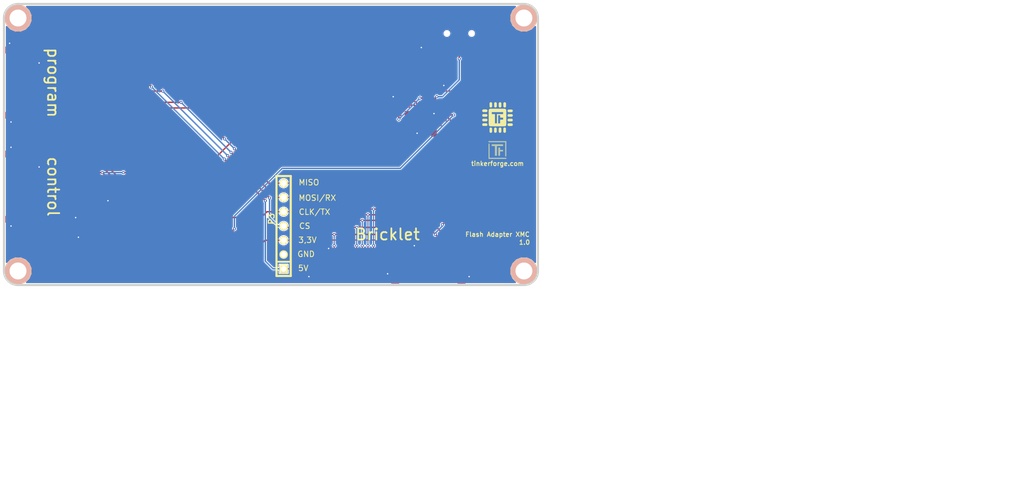
<source format=kicad_pcb>
(kicad_pcb (version 4) (host pcbnew 4.0.2+dfsg1-stable)
  (title_block (title "Flash Adapter XMC") (date 2017-02-09) (rev 1.0) (company "Tinkerforge GmbH") (comment 1 "Licensed under CERN OHL v.1.1") (comment 2 "Copyright (©) 2017, L.Lauer"))
  (layers (0 Vorderseite signal) (31 Rückseite signal) (34 B.Paste user) (35 F.Paste user) (36 B.SilkS user) (37 F.SilkS user) (38 B.Mask user) (39 F.Mask user) (44 Edge.Cuts user))
  (net 0 "")
  (net 1 GND)
  (net 2 "Net-(C1-Pad1)")
  (net 3 "Net-(C3-Pad1)")
  (net 4 "Net-(C4-Pad1)")
  (net 5 3V3)
  (net 6 "Net-(D1-Pad1)")
  (net 7 "Net-(J1-Pad3)")
  (net 8 "Net-(J1-Pad2)")
  (net 9 "Net-(P1-Pad1)")
  (net 10 POWER_ROUT)
  (net 11 "Net-(P1-Pad7)")
  (net 12 TX_ROUT)
  (net 13 RXD)
  (net 14 "Net-(P1-Pad10)")
  (net 15 POWER_RIN)
  (net 16 "Net-(P5-Pad3)")
  (net 17 "Net-(P5-Pad4)")
  (net 18 "Net-(P5-Pad5)")
  (net 19 "Net-(P5-Pad6)")
  (net 20 "Net-(P5-Pad7)")
  (net 21 "Net-(P5-Pad8)")
  (net 22 "Net-(R1-Pad2)")
  (net 23 "Net-(R4-Pad1)")
  (net 24 "Net-(R5-Pad1)")
  (net 25 TX_RIN)
  (net 26 "Net-(J1-Pad4)")
  (net 27 "Net-(P1-Pad4)")
  (net 28 "Net-(P1-Pad5)")
  (net 29 "Net-(P1-Pad6)")
  (net 30 "Net-(P4-Pad4)")
  (net 31 "Net-(P4-Pad5)")
  (net 32 "Net-(P4-Pad6)")
  (net 33 "Net-(P5-Pad1)")
  (net 34 "Net-(P5-Pad9)")
  (net 35 "Net-(P5-Pad10)")
  (net 36 "Net-(U1-Pad1)")
  (net 37 "Net-(U1-Pad10)")
  (net 38 "Net-(U1-Pad11)")
  (net 39 "Net-(U1-Pad12)")
  (net 40 "Net-(U1-Pad13)")
  (net 41 "Net-(U1-Pad14)")
  (net 42 "Net-(U1-Pad15)")
  (net 43 "Net-(U1-Pad17)")
  (net 44 "Net-(U1-Pad18)")
  (net 45 "Net-(U1-Pad19)")
  (net 46 "Net-(U1-Pad22)")
  (net 47 "Net-(U1-Pad23)")
  (net 48 "Net-(U1-Pad24)")
  (net 49 "Net-(U2-Pad7)")
  (module kicad-libraries:SOP4-WIDE (layer Vorderseite) (at 137.3 113.35 90)
    (fp_text reference U4)
    (fp_text value CPC1020N)
    (pad 1 smd rect (at 1.27 -3.15 90) (size 0.59944 2) (layers Vorderseite F.Paste F.Mask) (net 5 3V3))
    (pad 2 smd rect (at -1.27 -3.15 90) (size 0.59944 2) (layers Vorderseite F.Paste F.Mask) (net 23 "Net-(R4-Pad1)"))
    (pad 3 smd rect (at -1.27 3.15 90) (size 0.59944 2) (layers Vorderseite F.Paste F.Mask) (net 25 TX_RIN))
    (pad 4 smd rect (at 1.27 3.15 90) (size 0.59944 2) (layers Vorderseite F.Paste F.Mask) (net 12 TX_ROUT))
  )
  (module kicad-libraries:SOP4-WIDE (layer Vorderseite) (at 137.3 118.35 90)
    (fp_text reference U3)
    (fp_text value CPC1020N)
    (pad 1 smd rect (at 1.27 -3.15 90) (size 0.59944 2) (layers Vorderseite F.Paste F.Mask) (net 5 3V3))
    (pad 2 smd rect (at -1.27 -3.15 90) (size 0.59944 2) (layers Vorderseite F.Paste F.Mask) (net 24 "Net-(R5-Pad1)"))
    (pad 3 smd rect (at -1.27 3.15 90) (size 0.59944 2) (layers Vorderseite F.Paste F.Mask) (net 15 POWER_RIN))
    (pad 4 smd rect (at 1.27 3.15 90) (size 0.59944 2) (layers Vorderseite F.Paste F.Mask) (net 10 POWER_ROUT))
  )
  (module kicad-libraries:Logo_CoMCU (layer Vorderseite) (at 189.35 94.3)
    (fp_text reference G*** hide)
    (fp_text value LOGO hide)
  )
  (module kicad-libraries:DRILL_NP (layer Vorderseite) (at 104.05 76.6)
    (fp_text reference U8 hide)
    (fp_text value DRILL hide)
    (pad "" np_thru_hole circle (at 0 0) (size 2.99974 2.99974) (drill 2.99974) (layers *.Cu *.Mask F.SilkS) (clearance 0.89916))
  )
  (module kicad-libraries:DRILL_NP (layer Vorderseite) (at 104.05 121.6)
    (fp_text reference U7 hide)
    (fp_text value DRILL hide)
    (pad "" np_thru_hole circle (at 0 0) (size 2.99974 2.99974) (drill 2.99974) (layers *.Cu *.Mask F.SilkS) (clearance 0.89916))
  )
  (module kicad-libraries:DRILL_NP (layer Vorderseite) (at 194.05 121.6)
    (fp_text reference U6 hide)
    (fp_text value DRILL hide)
    (pad "" np_thru_hole circle (at 0 0) (size 2.99974 2.99974) (drill 2.99974) (layers *.Cu *.Mask F.SilkS) (clearance 0.89916))
  )
  (module kicad-libraries:SOIC8 (layer Vorderseite) (at 118.8 113.6 270)
    (fp_text reference U2)
    (fp_text value M24C64)
    (pad 1 smd rect (at -1.90246 2.69748 90) (size 0.59944 1.5494) (layers Vorderseite F.Paste F.Mask) (net 1 GND))
    (pad 2 smd rect (at -0.63246 2.69748 90) (size 0.59944 1.5494) (layers Vorderseite F.Paste F.Mask) (net 1 GND))
    (pad 3 smd rect (at 0.63246 2.69748 90) (size 0.59944 1.5494) (layers Vorderseite F.Paste F.Mask) (net 19 "Net-(P5-Pad6)"))
    (pad 4 smd rect (at 1.90246 2.69748 90) (size 0.59944 1.5494) (layers Vorderseite F.Paste F.Mask) (net 1 GND))
    (pad 5 smd rect (at 1.90246 -2.69748 270) (size 0.59944 1.5494) (layers Vorderseite F.Paste F.Mask) (net 18 "Net-(P5-Pad5)"))
    (pad 6 smd rect (at 0.63246 -2.69748 270) (size 0.59944 1.5494) (layers Vorderseite F.Paste F.Mask) (net 17 "Net-(P5-Pad4)"))
    (pad 7 smd rect (at -0.63246 -2.69748 270) (size 0.59944 1.5494) (layers Vorderseite F.Paste F.Mask) (net 49 "Net-(U2-Pad7)"))
    (pad 8 smd rect (at -1.90246 -2.69748 270) (size 0.59944 1.5494) (layers Vorderseite F.Paste F.Mask) (net 5 3V3))
  )
  (module kicad-libraries:QFN-24-4x4-EP (layer Vorderseite) (at 178.05 93.6 180)
    (fp_text reference U1)
    (fp_text value CP2104)
    (pad 1 smd rect (at -1.24968 1.89992) (size 0.24892 0.6985) (layers Vorderseite F.Paste F.Mask) (net 36 "Net-(U1-Pad1)"))
    (pad 2 smd rect (at -0.7493 1.89992) (size 0.24892 0.6985) (layers Vorderseite F.Paste F.Mask) (net 1 GND))
    (pad 3 smd rect (at -0.24892 1.89992) (size 0.24892 0.6985) (layers Vorderseite F.Paste F.Mask) (net 7 "Net-(J1-Pad3)"))
    (pad 4 smd rect (at 0.24892 1.89992) (size 0.24892 0.6985) (layers Vorderseite F.Paste F.Mask) (net 8 "Net-(J1-Pad2)"))
    (pad 5 smd rect (at 0.7493 1.89992) (size 0.24892 0.6985) (layers Vorderseite F.Paste F.Mask) (net 4 "Net-(C4-Pad1)"))
    (pad 6 smd rect (at 1.24968 1.89992) (size 0.24892 0.6985) (layers Vorderseite F.Paste F.Mask) (net 4 "Net-(C4-Pad1)"))
    (pad 7 smd rect (at 1.89992 1.24968 90) (size 0.24892 0.6985) (layers Vorderseite F.Paste F.Mask) (net 2 "Net-(C1-Pad1)"))
    (pad 8 smd rect (at 1.89992 0.7493 90) (size 0.24892 0.6985) (layers Vorderseite F.Paste F.Mask) (net 2 "Net-(C1-Pad1)"))
    (pad 9 smd rect (at 1.89992 0.24892 90) (size 0.24892 0.6985) (layers Vorderseite F.Paste F.Mask) (net 22 "Net-(R1-Pad2)"))
    (pad 10 smd rect (at 1.89992 -0.24892 90) (size 0.24892 0.6985) (layers Vorderseite F.Paste F.Mask) (net 37 "Net-(U1-Pad10)"))
    (pad 11 smd rect (at 1.89992 -0.7493 90) (size 0.24892 0.6985) (layers Vorderseite F.Paste F.Mask) (net 38 "Net-(U1-Pad11)"))
    (pad 12 smd rect (at 1.89992 -1.24968 90) (size 0.24892 0.6985) (layers Vorderseite F.Paste F.Mask) (net 39 "Net-(U1-Pad12)"))
    (pad 13 smd rect (at 1.24968 -1.89992 180) (size 0.24892 0.6985) (layers Vorderseite F.Paste F.Mask) (net 40 "Net-(U1-Pad13)"))
    (pad 14 smd rect (at 0.7493 -1.89992 180) (size 0.24892 0.6985) (layers Vorderseite F.Paste F.Mask) (net 41 "Net-(U1-Pad14)"))
    (pad 15 smd rect (at 0.24892 -1.89992 180) (size 0.24892 0.6985) (layers Vorderseite F.Paste F.Mask) (net 42 "Net-(U1-Pad15)"))
    (pad 16 smd rect (at -0.24892 -1.89992 180) (size 0.24892 0.6985) (layers Vorderseite F.Paste F.Mask) (net 3 "Net-(C3-Pad1)"))
    (pad 17 smd rect (at -0.7493 -1.89992 180) (size 0.24892 0.6985) (layers Vorderseite F.Paste F.Mask) (net 43 "Net-(U1-Pad17)"))
    (pad 18 smd rect (at -1.24968 -1.89992 180) (size 0.24892 0.6985) (layers Vorderseite F.Paste F.Mask) (net 44 "Net-(U1-Pad18)"))
    (pad 19 smd rect (at -1.89992 -1.24968 270) (size 0.24892 0.6985) (layers Vorderseite F.Paste F.Mask) (net 45 "Net-(U1-Pad19)"))
    (pad 20 smd rect (at -1.89992 -0.7493 270) (size 0.24892 0.6985) (layers Vorderseite F.Paste F.Mask) (net 13 RXD))
    (pad 21 smd rect (at -1.89992 -0.24892 270) (size 0.24892 0.6985) (layers Vorderseite F.Paste F.Mask) (net 25 TX_RIN))
    (pad 22 smd rect (at -1.89992 0.24892 270) (size 0.24892 0.6985) (layers Vorderseite F.Paste F.Mask) (net 46 "Net-(U1-Pad22)"))
    (pad 23 smd rect (at -1.89992 0.7493 270) (size 0.24892 0.6985) (layers Vorderseite F.Paste F.Mask) (net 47 "Net-(U1-Pad23)"))
    (pad 24 smd rect (at -1.89992 1.24968 270) (size 0.24892 0.6985) (layers Vorderseite F.Paste F.Mask) (net 48 "Net-(U1-Pad24)"))
    (pad 25 smd rect (at 0 0 180) (size 2.49936 2.49936) (layers Vorderseite F.Paste F.Mask) (net 1 GND))
  )
  (module kicad-libraries:CON-SENSOR (layer Vorderseite) (at 101.8 106.6 270)
    (fp_text reference P5)
    (fp_text value CON-SENSOR)
    (pad 1 smd rect (at -4.50088 -4.7752 270) (size 0.59944 1.5494) (layers Vorderseite F.Paste F.Mask) (net 33 "Net-(P5-Pad1)"))
    (pad 2 smd rect (at -3.50012 -4.7752 270) (size 0.59944 1.5494) (layers Vorderseite F.Paste F.Mask) (net 1 GND))
    (pad 3 smd rect (at -2.49936 -4.7752 270) (size 0.59944 1.5494) (layers Vorderseite F.Paste F.Mask) (net 16 "Net-(P5-Pad3)"))
    (pad 4 smd rect (at -1.50114 -4.7752 270) (size 0.59944 1.5494) (layers Vorderseite F.Paste F.Mask) (net 17 "Net-(P5-Pad4)"))
    (pad 5 smd rect (at -0.50038 -4.7752 270) (size 0.59944 1.5494) (layers Vorderseite F.Paste F.Mask) (net 18 "Net-(P5-Pad5)"))
    (pad 6 smd rect (at 0.50038 -4.7752 270) (size 0.59944 1.5494) (layers Vorderseite F.Paste F.Mask) (net 19 "Net-(P5-Pad6)"))
    (pad 7 smd rect (at 1.50114 -4.7752 270) (size 0.59944 1.5494) (layers Vorderseite F.Paste F.Mask) (net 20 "Net-(P5-Pad7)"))
    (pad 8 smd rect (at 2.49936 -4.7752 270) (size 0.59944 1.5494) (layers Vorderseite F.Paste F.Mask) (net 21 "Net-(P5-Pad8)"))
    (pad 9 smd rect (at 3.50012 -4.7752 270) (size 0.59944 1.5494) (layers Vorderseite F.Paste F.Mask) (net 34 "Net-(P5-Pad9)"))
    (pad 10 smd rect (at 4.50088 -4.7752 270) (size 0.59944 1.5494) (layers Vorderseite F.Paste F.Mask) (net 35 "Net-(P5-Pad10)"))
    (pad EP smd rect (at -5.79882 -0.89916 270) (size 1.19888 1.80086) (layers Vorderseite F.Paste F.Mask) (net 1 GND))
    (pad EP smd rect (at 5.79882 -0.89916 270) (size 1.19888 1.80086) (layers Vorderseite F.Paste F.Mask) (net 1 GND))
  )
  (module kicad-libraries:CON-SENSOR (layer Vorderseite) (at 101.8 88.1 270)
    (fp_text reference P4)
    (fp_text value CON-SENSOR)
    (pad 1 smd rect (at -4.50088 -4.7752 270) (size 0.59944 1.5494) (layers Vorderseite F.Paste F.Mask) (net 9 "Net-(P1-Pad1)"))
    (pad 2 smd rect (at -3.50012 -4.7752 270) (size 0.59944 1.5494) (layers Vorderseite F.Paste F.Mask) (net 1 GND))
    (pad 3 smd rect (at -2.49936 -4.7752 270) (size 0.59944 1.5494) (layers Vorderseite F.Paste F.Mask) (net 15 POWER_RIN))
    (pad 4 smd rect (at -1.50114 -4.7752 270) (size 0.59944 1.5494) (layers Vorderseite F.Paste F.Mask) (net 30 "Net-(P4-Pad4)"))
    (pad 5 smd rect (at -0.50038 -4.7752 270) (size 0.59944 1.5494) (layers Vorderseite F.Paste F.Mask) (net 31 "Net-(P4-Pad5)"))
    (pad 6 smd rect (at 0.50038 -4.7752 270) (size 0.59944 1.5494) (layers Vorderseite F.Paste F.Mask) (net 32 "Net-(P4-Pad6)"))
    (pad 7 smd rect (at 1.50114 -4.7752 270) (size 0.59944 1.5494) (layers Vorderseite F.Paste F.Mask) (net 11 "Net-(P1-Pad7)"))
    (pad 8 smd rect (at 2.49936 -4.7752 270) (size 0.59944 1.5494) (layers Vorderseite F.Paste F.Mask) (net 12 TX_ROUT))
    (pad 9 smd rect (at 3.50012 -4.7752 270) (size 0.59944 1.5494) (layers Vorderseite F.Paste F.Mask) (net 13 RXD))
    (pad 10 smd rect (at 4.50088 -4.7752 270) (size 0.59944 1.5494) (layers Vorderseite F.Paste F.Mask) (net 14 "Net-(P1-Pad10)"))
    (pad EP smd rect (at -5.79882 -0.89916 270) (size 1.19888 1.80086) (layers Vorderseite F.Paste F.Mask) (net 1 GND))
    (pad EP smd rect (at 5.79882 -0.89916 270) (size 1.19888 1.80086) (layers Vorderseite F.Paste F.Mask) (net 1 GND))
  )
  (module kicad-libraries:PIN_ARRAY-7X1 (layer Vorderseite) (at 151.3 113.6 90)
    (fp_text reference P3 (at 1.27 -2.159 90) (layer F.SilkS) (effects (font (size 1.016 1.016) (thickness 0.2032))))
    (fp_text value CONN_01X07 hide)
    (pad 1 thru_hole rect (at -7.62 0 90) (size 1.524 1.524) (drill 1.016) (layers *.Cu *.Mask F.SilkS) (net 9 "Net-(P1-Pad1)"))
    (pad 2 thru_hole circle (at -5.08 0 90) (size 1.524 1.524) (drill 1.016) (layers *.Cu *.Mask F.SilkS) (net 1 GND))
    (pad 3 thru_hole circle (at -2.54 0 90) (size 1.524 1.524) (drill 1.016) (layers *.Cu *.Mask F.SilkS) (net 10 POWER_ROUT))
    (pad 4 thru_hole circle (at 0 0 90) (size 1.524 1.524) (drill 1.016) (layers *.Cu *.Mask F.SilkS) (net 11 "Net-(P1-Pad7)"))
    (pad 5 thru_hole circle (at 2.54 0 90) (size 1.524 1.524) (drill 1.016) (layers *.Cu *.Mask F.SilkS) (net 12 TX_ROUT))
    (pad 6 thru_hole circle (at 5.08 0 90) (size 1.524 1.524) (drill 1.016) (layers *.Cu *.Mask F.SilkS) (net 13 RXD))
    (pad 7 thru_hole circle (at 7.62 0 90) (size 1.524 1.524) (drill 1.016) (layers *.Cu *.Mask F.SilkS) (net 14 "Net-(P1-Pad10)"))
  )
  (module kicad-libraries:CON-SENSOR2 (layer Vorderseite) (at 177.05 123.85)
    (fp_text reference P2)
    (fp_text value CON-SENSOR2)
    (pad 1 smd rect (at -3.75 -4.6) (size 0.6 1.8) (layers Vorderseite F.Paste F.Mask) (net 9 "Net-(P1-Pad1)"))
    (pad 2 smd rect (at -2.5 -4.6) (size 0.6 1.8) (layers Vorderseite F.Paste F.Mask) (net 1 GND))
    (pad EP smd rect (at -5.9 -1.2) (size 1.4 2.4) (layers Vorderseite F.Paste F.Mask) (net 1 GND))
    (pad EP smd rect (at 5.9 -1.2) (size 1.4 2.4) (layers Vorderseite F.Paste F.Mask) (net 1 GND))
    (pad 3 smd rect (at -1.25 -4.6) (size 0.6 1.8) (layers Vorderseite F.Paste F.Mask) (net 10 POWER_ROUT))
    (pad 4 smd rect (at 0 -4.6) (size 0.6 1.8) (layers Vorderseite F.Paste F.Mask) (net 11 "Net-(P1-Pad7)"))
    (pad 5 smd rect (at 1.25 -4.6) (size 0.6 1.8) (layers Vorderseite F.Paste F.Mask) (net 12 TX_ROUT))
    (pad 6 smd rect (at 2.5 -4.6) (size 0.6 1.8) (layers Vorderseite F.Paste F.Mask) (net 13 RXD))
    (pad 7 smd rect (at 3.75 -4.6) (size 0.6 1.8) (layers Vorderseite F.Paste F.Mask) (net 14 "Net-(P1-Pad10)"))
  )
  (module kicad-libraries:CON-SENSOR (layer Vorderseite) (at 162.8 123.6)
    (fp_text reference P1)
    (fp_text value CON-SENSOR)
    (pad 1 smd rect (at -4.50088 -4.7752) (size 0.59944 1.5494) (layers Vorderseite F.Paste F.Mask) (net 9 "Net-(P1-Pad1)"))
    (pad 2 smd rect (at -3.50012 -4.7752) (size 0.59944 1.5494) (layers Vorderseite F.Paste F.Mask) (net 1 GND))
    (pad 3 smd rect (at -2.49936 -4.7752) (size 0.59944 1.5494) (layers Vorderseite F.Paste F.Mask) (net 10 POWER_ROUT))
    (pad 4 smd rect (at -1.50114 -4.7752) (size 0.59944 1.5494) (layers Vorderseite F.Paste F.Mask) (net 27 "Net-(P1-Pad4)"))
    (pad 5 smd rect (at -0.50038 -4.7752) (size 0.59944 1.5494) (layers Vorderseite F.Paste F.Mask) (net 28 "Net-(P1-Pad5)"))
    (pad 6 smd rect (at 0.50038 -4.7752) (size 0.59944 1.5494) (layers Vorderseite F.Paste F.Mask) (net 29 "Net-(P1-Pad6)"))
    (pad 7 smd rect (at 1.50114 -4.7752) (size 0.59944 1.5494) (layers Vorderseite F.Paste F.Mask) (net 11 "Net-(P1-Pad7)"))
    (pad 8 smd rect (at 2.49936 -4.7752) (size 0.59944 1.5494) (layers Vorderseite F.Paste F.Mask) (net 12 TX_ROUT))
    (pad 9 smd rect (at 3.50012 -4.7752) (size 0.59944 1.5494) (layers Vorderseite F.Paste F.Mask) (net 13 RXD))
    (pad 10 smd rect (at 4.50088 -4.7752) (size 0.59944 1.5494) (layers Vorderseite F.Paste F.Mask) (net 14 "Net-(P1-Pad10)"))
    (pad EP smd rect (at -5.79882 -0.89916) (size 1.19888 1.80086) (layers Vorderseite F.Paste F.Mask) (net 1 GND))
    (pad EP smd rect (at 5.79882 -0.89916) (size 1.19888 1.80086) (layers Vorderseite F.Paste F.Mask) (net 1 GND))
  )
  (module kicad-libraries:USB-MINI-B-SMD (layer Vorderseite) (at 182.55 74.1)
    (fp_text reference J1)
    (fp_text value USB-MINI-B-SMD)
    (pad "" smd rect (at 4.45008 2.25044) (size 1.99898 2.49936) (layers Vorderseite F.Paste F.Mask) (clearance 0.14986))
    (pad "" smd rect (at 4.45008 7.74954) (size 1.99898 2.49936) (layers Vorderseite F.Paste F.Mask))
    (pad 6 smd rect (at -4.45008 7.74954) (size 1.99898 2.49936) (layers Vorderseite F.Paste F.Mask) (net 1 GND))
    (pad "" smd rect (at -4.45008 2.25044) (size 1.99898 2.49936) (layers Vorderseite F.Paste F.Mask))
    (pad "" thru_hole circle (at 2.19964 5.25018) (size 0.90932 0.90932) (drill 0.89916) (layers *.Cu *.Mask F.SilkS) (clearance 0.14986))
    (pad "" thru_hole circle (at -2.19964 5.25018) (size 0.90932 0.90932) (drill 0.89916) (layers *.Cu *.Mask F.SilkS) (clearance 0.14986))
    (pad 5 smd rect (at -1.6002 7.85114) (size 0.50038 2.30124) (layers Vorderseite F.Paste F.Mask) (net 1 GND) (clearance 0.14986))
    (pad 4 smd rect (at -0.8001 7.85114) (size 0.50038 2.30124) (layers Vorderseite F.Paste F.Mask) (net 26 "Net-(J1-Pad4)") (clearance 0.14986))
    (pad 3 smd rect (at 0 7.85114) (size 0.50038 2.30124) (layers Vorderseite F.Paste F.Mask) (net 7 "Net-(J1-Pad3)") (clearance 0.14986))
    (pad 2 smd rect (at 0.8001 7.85114) (size 0.50038 2.30124) (layers Vorderseite F.Paste F.Mask) (net 8 "Net-(J1-Pad2)") (clearance 0.14986))
    (pad 1 smd rect (at 1.6002 7.85114) (size 0.50038 2.30124) (layers Vorderseite F.Paste F.Mask) (net 6 "Net-(D1-Pad1)") (clearance 0.14986))
  )
  (module kicad-libraries:SOD-123 (layer Vorderseite) (at 182.8 85.1 180)
    (fp_text reference D1)
    (fp_text value B0520LW)
    (pad 1 smd rect (at -1.84912 0 180) (size 1.19888 0.70104) (layers Vorderseite F.Paste F.Mask) (net 6 "Net-(D1-Pad1)") (clearance 0.14986))
    (pad 2 smd rect (at 1.84912 0 180) (size 1.19888 0.70104) (layers Vorderseite F.Paste F.Mask) (net 2 "Net-(C1-Pad1)") (clearance 0.14986))
  )
  (module kicad-libraries:DRILL_NP (layer Vorderseite) (at 194.05 76.6)
    (fp_text reference U5 hide)
    (fp_text value DRILL hide)
    (pad "" np_thru_hole circle (at 0 0) (size 2.99974 2.99974) (drill 2.99974) (layers *.Cu *.Mask F.SilkS) (clearance 0.89916))
  )
  (module kicad-libraries:Logo_31x31 (layer Vorderseite) (at 187.75 98.5)
    (fp_text reference G*** hide)
    (fp_text value Logo_31x31 hide)
  )
  (module kicad-libraries:C0603F (layer Vorderseite) (at 172.55 90.6 180)
    (fp_text reference C1)
    (fp_text value 100n)
    (pad 1 smd rect (at -0.75 0 180) (size 0.9 0.9) (layers Vorderseite F.Paste F.Mask) (net 2 "Net-(C1-Pad1)"))
    (pad 2 smd rect (at 0.75 0 180) (size 0.9 0.9) (layers Vorderseite F.Paste F.Mask) (net 1 GND))
  )
  (module kicad-libraries:C0603F (layer Vorderseite) (at 172.55 92.1 180)
    (fp_text reference C2)
    (fp_text value 100n)
    (pad 1 smd rect (at -0.75 0 180) (size 0.9 0.9) (layers Vorderseite F.Paste F.Mask) (net 2 "Net-(C1-Pad1)"))
    (pad 2 smd rect (at 0.75 0 180) (size 0.9 0.9) (layers Vorderseite F.Paste F.Mask) (net 1 GND))
  )
  (module kicad-libraries:C0805 (layer Vorderseite) (at 177.05 97.1 180)
    (fp_text reference C3)
    (fp_text value 4.7µF/10V)
    (pad 1 smd rect (at -1.00076 0 180) (size 1.00076 1.24968) (layers Vorderseite F.Paste F.Mask) (net 3 "Net-(C3-Pad1)") (clearance 0.14986))
    (pad 2 smd rect (at 1.00076 0 180) (size 1.00076 1.24968) (layers Vorderseite F.Paste F.Mask) (net 1 GND) (clearance 0.14986))
  )
  (module kicad-libraries:C0805 (layer Vorderseite) (at 177.8 88.6)
    (fp_text reference C4)
    (fp_text value 4.7µF/10V)
    (pad 1 smd rect (at -1.00076 0) (size 1.00076 1.24968) (layers Vorderseite F.Paste F.Mask) (net 4 "Net-(C4-Pad1)") (clearance 0.14986))
    (pad 2 smd rect (at 1.00076 0) (size 1.00076 1.24968) (layers Vorderseite F.Paste F.Mask) (net 1 GND) (clearance 0.14986))
  )
  (module kicad-libraries:C0603F (layer Vorderseite) (at 178.55 87.1)
    (fp_text reference C5)
    (fp_text value 100n)
    (pad 1 smd rect (at -0.75 0) (size 0.9 0.9) (layers Vorderseite F.Paste F.Mask) (net 4 "Net-(C4-Pad1)"))
    (pad 2 smd rect (at 0.75 0) (size 0.9 0.9) (layers Vorderseite F.Paste F.Mask) (net 1 GND))
  )
  (module kicad-libraries:C0603F (layer Vorderseite) (at 120.8 110.1 180)
    (fp_text reference C6)
    (fp_text value 100n)
    (pad 1 smd rect (at -0.75 0 180) (size 0.9 0.9) (layers Vorderseite F.Paste F.Mask) (net 5 3V3))
    (pad 2 smd rect (at 0.75 0 180) (size 0.9 0.9) (layers Vorderseite F.Paste F.Mask) (net 1 GND))
  )
  (module kicad-libraries:R0603F (layer Vorderseite) (at 172.55 93.6)
    (fp_text reference R1)
    (fp_text value 4k7)
    (pad 1 smd rect (at -0.75 0) (size 0.9 0.9) (layers Vorderseite F.Paste F.Mask) (net 4 "Net-(C4-Pad1)"))
    (pad 2 smd rect (at 0.75 0) (size 0.9 0.9) (layers Vorderseite F.Paste F.Mask) (net 22 "Net-(R1-Pad2)"))
  )
  (module kicad-libraries:R0603F (layer Vorderseite) (at 174.3 87.1)
    (fp_text reference R2)
    (fp_text value DNP)
    (pad 1 smd rect (at -0.75 0) (size 0.9 0.9) (layers Vorderseite F.Paste F.Mask) (net 5 3V3))
    (pad 2 smd rect (at 0.75 0) (size 0.9 0.9) (layers Vorderseite F.Paste F.Mask) (net 4 "Net-(C4-Pad1)"))
  )
  (module kicad-libraries:R0603F (layer Vorderseite) (at 114.55 104.1 180)
    (fp_text reference R3)
    (fp_text value 0)
    (pad 1 smd rect (at -0.75 0 180) (size 0.9 0.9) (layers Vorderseite F.Paste F.Mask) (net 5 3V3))
    (pad 2 smd rect (at 0.75 0 180) (size 0.9 0.9) (layers Vorderseite F.Paste F.Mask) (net 16 "Net-(P5-Pad3)"))
  )
  (module kicad-libraries:R0603F (layer Vorderseite) (at 131.05 114.1 180)
    (fp_text reference R4)
    (fp_text value 1k)
    (pad 1 smd rect (at -0.75 0 180) (size 0.9 0.9) (layers Vorderseite F.Paste F.Mask) (net 23 "Net-(R4-Pad1)"))
    (pad 2 smd rect (at 0.75 0 180) (size 0.9 0.9) (layers Vorderseite F.Paste F.Mask) (net 20 "Net-(P5-Pad7)"))
  )
  (module kicad-libraries:R0603F (layer Vorderseite) (at 131.05 119.1 180)
    (fp_text reference R5)
    (fp_text value 1k)
    (pad 1 smd rect (at -0.75 0 180) (size 0.9 0.9) (layers Vorderseite F.Paste F.Mask) (net 24 "Net-(R5-Pad1)"))
    (pad 2 smd rect (at 0.75 0 180) (size 0.9 0.9) (layers Vorderseite F.Paste F.Mask) (net 21 "Net-(P5-Pad8)"))
  )
  (gr_text MISO (at 155.8 105.85) (layer F.SilkS) (effects (font (size 1 1))))
  (gr_text MOSI/RX (at 157.3 108.6) (layer F.SilkS) (effects (font (size 1 1))))
  (gr_text CLK/TX (at 156.8 111.1) (layer F.SilkS) (effects (font (size 1 1))))
  (gr_text CS (at 155.05 113.6) (layer F.SilkS) (effects (font (size 1 1))))
  (gr_text 3,3V (at 155.55 116.1) (layer F.SilkS) (effects (font (size 1 1))))
  (gr_text GND (at 155.3 118.6) (layer F.SilkS) (effects (font (size 1 1))))
  (gr_text 5V (at 154.8 121.1) (layer F.SilkS) (effects (font (size 1 1))))
  (gr_text control (at 110.3 106.6 270) (layer F.SilkS) (effects (font (size 2 2) (thickness 0.3048))))
  (gr_text program (at 110.3 88.1 270) (layer F.SilkS) (effects (font (size 2 2) (thickness 0.3048))))
  (gr_text Bricklet (at 169.8 115.1) (layer F.SilkS) (effects (font (size 2 2) (thickness 0.3048))))
  (gr_text 1.0 (at 194.15 116.5) (layer F.SilkS) (effects (font (size 0.8 0.8))))
  (gr_line (start 196.55 76.6) (end 196.55 121.6) (angle 90) (layer Edge.Cuts) (width 0.381))
  (gr_line (start 104.05 74.1) (end 194.05 74.1) (angle 90) (layer Edge.Cuts) (width 0.381))
  (gr_line (start 101.55 121.6) (end 101.55 76.6) (angle 90) (layer Edge.Cuts) (width 0.381))
  (gr_line (start 194.05 124.1) (end 104.05 124.1) (angle 90) (layer Edge.Cuts) (width 0.381))
  (gr_text "Flash Adapter XMC" (at 189.35 115.1) (layer F.SilkS) (effects (font (size 0.8 0.8))))
  (gr_arc (start 194.05 76.6) (end 194.05 74.1) (angle 90) (layer Edge.Cuts) (width 0.381))
  (gr_arc (start 194.05 121.6) (end 196.55 121.6) (angle 90) (layer Edge.Cuts) (width 0.381))
  (gr_arc (start 104.05 121.6) (end 104.05 124.1) (angle 90) (layer Edge.Cuts) (width 0.381))
  (gr_arc (start 104.05 76.6) (end 101.55 76.6) (angle 90) (layer Edge.Cuts) (width 0.381))
  (gr_text tinkerforge.com (at 189.35 102.5) (layer F.SilkS) (effects (font (size 0.8001 0.8001) (thickness 0.14986))))
  (segment (start 120.05 110.1) (end 120.05 109.1) (width 0.5) (layer Vorderseite) (net 1))
  (via (at 120.05 109.1) (size 0.55) (drill 0.25) (layers Vorderseite Rückseite) (net 1))
  (segment (start 116.10252 115.50246) (end 114.89754 115.50246) (width 0.5) (layer Vorderseite) (net 1))
  (via (at 114.8 115.6) (size 0.55) (drill 0.25) (layers Vorderseite Rückseite) (net 1))
  (segment (start 114.89754 115.50246) (end 114.8 115.6) (width 0.5) (layer Vorderseite) (net 1))
  (segment (start 102.69916 112.39882) (end 102.69916 113.49916) (width 0.5) (layer Vorderseite) (net 1))
  (via (at 102.8 113.6) (size 0.55) (drill 0.25) (layers Vorderseite Rückseite) (net 1))
  (segment (start 102.69916 113.49916) (end 102.8 113.6) (width 0.5) (layer Vorderseite) (net 1))
  (segment (start 102.69916 82.30118) (end 102.69916 81.24916) (width 0.5) (layer Vorderseite) (net 1))
  (via (at 102.55 81.1) (size 0.55) (drill 0.25) (layers Vorderseite Rückseite) (net 1))
  (segment (start 102.69916 81.24916) (end 102.55 81.1) (width 0.5) (layer Vorderseite) (net 1))
  (segment (start 106.5752 84.59988) (end 107.79988 84.59988) (width 0.5) (layer Vorderseite) (net 1))
  (via (at 107.8 84.6) (size 0.55) (drill 0.25) (layers Vorderseite Rückseite) (net 1))
  (segment (start 107.79988 84.59988) (end 107.8 84.6) (width 0.5) (layer Vorderseite) (net 1))
  (segment (start 106.5752 103.09988) (end 107.79988 103.09988) (width 0.5) (layer Vorderseite) (net 1))
  (via (at 107.8 103.1) (size 0.55) (drill 0.25) (layers Vorderseite Rückseite) (net 1))
  (segment (start 107.79988 103.09988) (end 107.8 103.1) (width 0.5) (layer Vorderseite) (net 1))
  (segment (start 182.95 122.65) (end 184.25 122.65) (width 0.5) (layer Vorderseite) (net 1))
  (via (at 184.3 122.6) (size 0.55) (drill 0.25) (layers Vorderseite Rückseite) (net 1))
  (segment (start 184.25 122.65) (end 184.3 122.6) (width 0.5) (layer Vorderseite) (net 1))
  (segment (start 157.00118 122.70084) (end 155.90084 122.70084) (width 0.5) (layer Vorderseite) (net 1))
  (via (at 155.8 122.6) (size 0.55) (drill 0.25) (layers Vorderseite Rückseite) (net 1))
  (segment (start 155.90084 122.70084) (end 155.8 122.6) (width 0.5) (layer Vorderseite) (net 1))
  (segment (start 159.29988 118.8248) (end 159.29988 117.60012) (width 0.5) (layer Vorderseite) (net 1))
  (via (at 159.3 117.6) (size 0.55) (drill 0.25) (layers Vorderseite Rückseite) (net 1))
  (segment (start 159.29988 117.60012) (end 159.3 117.6) (width 0.5) (layer Vorderseite) (net 1))
  (segment (start 171.8 90.6) (end 170.8 90.6) (width 0.5) (layer Vorderseite) (net 1))
  (via (at 170.8 90.6) (size 0.55) (drill 0.25) (layers Vorderseite Rückseite) (net 1))
  (segment (start 176.04924 97.1) (end 175.05 97.1) (width 0.5) (layer Vorderseite) (net 1))
  (via (at 175.05 97.1) (size 0.55) (drill 0.25) (layers Vorderseite Rückseite) (net 1))
  (via (at 178.05 93.6) (size 0.55) (drill 0.25) (layers Vorderseite Rückseite) (net 1))
  (segment (start 178.09992 81.84954) (end 175.80046 81.84954) (width 0.5) (layer Vorderseite) (net 1))
  (via (at 175.8 81.85) (size 0.55) (drill 0.25) (layers Vorderseite Rückseite) (net 1))
  (segment (start 175.80046 81.84954) (end 175.8 81.85) (width 0.5) (layer Vorderseite) (net 1))
  (segment (start 178.09992 81.84954) (end 180.8482 81.84954) (width 0.5) (layer Vorderseite) (net 1))
  (segment (start 180.8482 81.84954) (end 180.9498 81.95114) (width 0.5) (layer Vorderseite) (net 1))
  (segment (start 178.80076 88.6) (end 179.8 88.6) (width 0.5) (layer Vorderseite) (net 1))
  (via (at 179.8 88.6) (size 0.55) (drill 0.25) (layers Vorderseite Rückseite) (net 1))
  (segment (start 178.7993 91.70008) (end 178.7993 92.8507) (width 0.25) (layer Vorderseite) (net 1))
  (segment (start 178.7993 92.8507) (end 178.05 93.6) (width 0.25) (layer Vorderseite) (net 1))
  (segment (start 179.3 87.1) (end 179.3 88.10076) (width 0.5) (layer Vorderseite) (net 1))
  (segment (start 179.3 88.10076) (end 178.80076 88.6) (width 0.5) (layer Vorderseite) (net 1))
  (segment (start 171.8 92.1) (end 171.8 90.6) (width 0.25) (layer Vorderseite) (net 1))
  (segment (start 102.69916 93.89882) (end 102.69916 94.99916) (width 0.5) (layer Vorderseite) (net 1))
  (via (at 102.8 95.1) (size 0.55) (drill 0.25) (layers Vorderseite Rückseite) (net 1))
  (segment (start 102.69916 94.99916) (end 102.8 95.1) (width 0.5) (layer Vorderseite) (net 1))
  (segment (start 102.69916 100.80118) (end 102.69916 99.70084) (width 0.5) (layer Vorderseite) (net 1))
  (via (at 102.8 99.6) (size 0.55) (drill 0.25) (layers Vorderseite Rückseite) (net 1))
  (segment (start 102.69916 99.70084) (end 102.8 99.6) (width 0.5) (layer Vorderseite) (net 1))
  (segment (start 174.55 119.25) (end 174.55 117.1) (width 0.25) (layer Vorderseite) (net 1))
  (via (at 174.55 117.1) (size 0.55) (drill 0.25) (layers Vorderseite Rückseite) (net 1))
  (segment (start 169.8 122.70084) (end 169.8 122.1) (width 0.5) (layer Vorderseite) (net 1))
  (via (at 169.8 122.1) (size 0.55) (drill 0.25) (layers Vorderseite Rückseite) (net 1))
  (segment (start 168.59882 122.70084) (end 169.8 122.70084) (width 0.5) (layer Vorderseite) (net 1))
  (segment (start 169.8 122.70084) (end 171.09916 122.70084) (width 0.5) (layer Vorderseite) (net 1))
  (segment (start 171.09916 122.70084) (end 171.15 122.65) (width 0.5) (layer Vorderseite) (net 1))
  (via (at 114.3 112.1) (size 0.55) (drill 0.25) (layers Vorderseite Rückseite) (net 1))
  (segment (start 116.10252 112.96754) (end 114.91754 112.96754) (width 0.5) (layer Vorderseite) (net 1))
  (segment (start 114.70246 111.69754) (end 116.10252 111.69754) (width 0.5) (layer Vorderseite) (net 1))
  (segment (start 114.3 112.1) (end 114.70246 111.69754) (width 0.5) (layer Vorderseite) (net 1))
  (segment (start 114.3 112.35) (end 114.3 112.1) (width 0.5) (layer Vorderseite) (net 1))
  (segment (start 114.91754 112.96754) (end 114.3 112.35) (width 0.5) (layer Vorderseite) (net 1))
  (segment (start 180.8482 81.84954) (end 180.9498 81.95114) (width 0.2) (layer Vorderseite) (net 1))
  (segment (start 173.3 90.6) (end 173.3 89.6) (width 0.25) (layer Vorderseite) (net 2))
  (segment (start 174.55 85.1) (end 180.95088 85.1) (width 0.25) (layer Vorderseite) (net 2))
  (segment (start 174.3 85.35) (end 174.55 85.1) (width 0.25) (layer Vorderseite) (net 2))
  (segment (start 174.3 88.6) (end 174.3 85.35) (width 0.25) (layer Vorderseite) (net 2))
  (segment (start 173.3 89.6) (end 174.3 88.6) (width 0.25) (layer Vorderseite) (net 2))
  (segment (start 173.3 90.6) (end 173.3 92.1) (width 0.25) (layer Vorderseite) (net 2))
  (segment (start 173.3 92.1) (end 174.55 92.1) (width 0.25) (layer Vorderseite) (net 2))
  (segment (start 174.55 92.1) (end 175.3007 92.8507) (width 0.25) (layer Vorderseite) (net 2))
  (segment (start 175.3007 92.8507) (end 176.15008 92.8507) (width 0.25) (layer Vorderseite) (net 2))
  (segment (start 173.3 90.6) (end 173.8 90.6) (width 0.25) (layer Vorderseite) (net 2))
  (segment (start 175.55032 92.35032) (end 176.15008 92.35032) (width 0.25) (layer Vorderseite) (net 2))
  (segment (start 173.8 90.6) (end 175.55032 92.35032) (width 0.25) (layer Vorderseite) (net 2))
  (segment (start 173.39912 90.50088) (end 173.3 90.6) (width 0.25) (layer Vorderseite) (net 2))
  (segment (start 178.29892 95.49992) (end 178.29892 96.85184) (width 0.25) (layer Vorderseite) (net 3))
  (segment (start 178.29892 96.85184) (end 178.05076 97.1) (width 0.25) (layer Vorderseite) (net 3))
  (segment (start 171.8 93.6) (end 171.8 94.6) (width 0.25) (layer Vorderseite) (net 4))
  (segment (start 175.55 90.85) (end 176.79924 90.85) (width 0.25) (layer Vorderseite) (net 4))
  (via (at 175.55 90.85) (size 0.55) (drill 0.25) (layers Vorderseite Rückseite) (net 4))
  (segment (start 171.8 94.6) (end 175.55 90.85) (width 0.25) (layer Rückseite) (net 4))
  (via (at 171.8 94.6) (size 0.55) (drill 0.25) (layers Vorderseite Rückseite) (net 4))
  (segment (start 176.79924 90.85) (end 176.8 90.85) (width 0.25) (layer Vorderseite) (net 4))
  (segment (start 176.8 90.85) (end 176.79924 90.85) (width 0.25) (layer Vorderseite) (net 4))
  (segment (start 176.79924 88.6) (end 176.79924 90.85) (width 0.25) (layer Vorderseite) (net 4))
  (segment (start 176.79924 90.85) (end 176.79924 91.699) (width 0.25) (layer Vorderseite) (net 4))
  (segment (start 176.79924 91.699) (end 176.80032 91.70008) (width 0.25) (layer Vorderseite) (net 4))
  (segment (start 177.3007 90.35) (end 177.3007 89.8493) (width 0.25) (layer Vorderseite) (net 4))
  (segment (start 177.3007 89.8493) (end 177.8 89.35) (width 0.25) (layer Vorderseite) (net 4))
  (segment (start 177.8 89.35) (end 177.8 87.1) (width 0.25) (layer Vorderseite) (net 4))
  (segment (start 177.3007 91.70008) (end 177.3007 90.35) (width 0.25) (layer Vorderseite) (net 4))
  (segment (start 177.3007 90.35) (end 177.3007 90.3493) (width 0.25) (layer Vorderseite) (net 4))
  (segment (start 175.05 87.1) (end 176.54848 87.1) (width 0.25) (layer Vorderseite) (net 4))
  (segment (start 176.54848 87.1) (end 176.79924 87.35076) (width 0.25) (layer Vorderseite) (net 4))
  (segment (start 176.79924 88.6) (end 176.79924 87.35076) (width 0.25) (layer Vorderseite) (net 4))
  (segment (start 177.05 87.1) (end 177.8 87.1) (width 0.25) (layer Vorderseite) (net 4))
  (segment (start 176.79924 87.35076) (end 177.05 87.1) (width 0.25) (layer Vorderseite) (net 4))
  (segment (start 176.79924 91.699) (end 176.80032 91.70008) (width 0.25) (layer Vorderseite) (net 4))
  (segment (start 134.15 117.08) (end 131.53 117.08) (width 0.25) (layer Vorderseite) (net 5))
  (segment (start 131.53 117.08) (end 131.05 116.6) (width 0.25) (layer Vorderseite) (net 5))
  (segment (start 134.15 112.08) (end 132.07 112.08) (width 0.25) (layer Vorderseite) (net 5))
  (segment (start 132.07 112.08) (end 131.05 113.1) (width 0.25) (layer Vorderseite) (net 5))
  (segment (start 173.55 87.1) (end 153.55 87.1) (width 0.25) (layer Vorderseite) (net 5))
  (via (at 119.05 104.1) (size 0.55) (drill 0.25) (layers Vorderseite Rückseite) (net 5))
  (segment (start 122.8 104.1) (end 119.05 104.1) (width 0.25) (layer Rückseite) (net 5))
  (via (at 122.8 104.1) (size 0.55) (drill 0.25) (layers Vorderseite Rückseite) (net 5))
  (segment (start 136.55 104.1) (end 122.8 104.1) (width 0.25) (layer Vorderseite) (net 5))
  (segment (start 153.55 87.1) (end 136.55 104.1) (width 0.25) (layer Vorderseite) (net 5))
  (segment (start 131.05 113.1) (end 128.05 110.1) (width 0.25) (layer Vorderseite) (net 5))
  (segment (start 128.05 110.1) (end 121.55 110.1) (width 0.25) (layer Vorderseite) (net 5))
  (segment (start 115.3 104.1) (end 119.05 104.1) (width 0.25) (layer Vorderseite) (net 5))
  (segment (start 119.05 104.1) (end 119.05 104.1) (width 0.25) (layer Vorderseite) (net 5))
  (segment (start 119.05 104.1) (end 121.55 106.6) (width 0.25) (layer Vorderseite) (net 5))
  (segment (start 121.55 106.6) (end 121.55 110.1) (width 0.25) (layer Vorderseite) (net 5))
  (segment (start 121.49748 111.69754) (end 121.49748 110.15252) (width 0.25) (layer Vorderseite) (net 5))
  (segment (start 121.49748 110.15252) (end 121.55 110.1) (width 0.25) (layer Vorderseite) (net 5))
  (segment (start 131.05 116.6) (end 131.05 113.1) (width 0.25) (layer Vorderseite) (net 5))
  (segment (start 184.1502 81.95114) (end 184.1502 83.7002) (width 0.25) (layer Vorderseite) (net 6))
  (segment (start 184.64912 84.19912) (end 184.64912 85.1) (width 0.25) (layer Vorderseite) (net 6))
  (segment (start 184.1502 83.7002) (end 184.64912 84.19912) (width 0.25) (layer Vorderseite) (net 6))
  (segment (start 178.29892 91.70008) (end 178.29892 90.85108) (width 0.25) (layer Vorderseite) (net 7))
  (segment (start 182.55 83.85) (end 182.55 81.95114) (width 0.25) (layer Vorderseite) (net 7))
  (via (at 182.55 83.85) (size 0.55) (drill 0.25) (layers Vorderseite Rückseite) (net 7))
  (segment (start 182.55 87.6) (end 182.55 83.85) (width 0.25) (layer Rückseite) (net 7))
  (segment (start 179.55 90.6) (end 182.55 87.6) (width 0.25) (layer Rückseite) (net 7))
  (segment (start 178.55 90.6) (end 179.55 90.6) (width 0.25) (layer Rückseite) (net 7))
  (via (at 178.55 90.6) (size 0.55) (drill 0.25) (layers Vorderseite Rückseite) (net 7))
  (segment (start 178.29892 90.85108) (end 178.55 90.6) (width 0.25) (layer Vorderseite) (net 7))
  (segment (start 181.05 89.6) (end 182.55 89.6) (width 0.2) (layer Vorderseite) (net 8))
  (segment (start 177.80108 90.09892) (end 178.3 89.6) (width 0.2) (layer Vorderseite) (net 8))
  (segment (start 178.3 89.6) (end 181.05 89.6) (width 0.2) (layer Vorderseite) (net 8))
  (segment (start 177.80108 91.70008) (end 177.80108 90.09892) (width 0.2) (layer Vorderseite) (net 8))
  (segment (start 183.3501 88.7999) (end 183.3501 81.95114) (width 0.2) (layer Vorderseite) (net 8))
  (segment (start 182.55 89.6) (end 183.3501 88.7999) (width 0.2) (layer Vorderseite) (net 8))
  (segment (start 151.3 121.22) (end 149.42 121.22) (width 0.25) (layer Rückseite) (net 9))
  (segment (start 122.54912 83.59912) (end 106.5752 83.59912) (width 0.25) (layer Vorderseite) (net 9))
  (segment (start 127.8 88.85) (end 122.54912 83.59912) (width 0.25) (layer Vorderseite) (net 9))
  (via (at 127.8 88.85) (size 0.55) (drill 0.25) (layers Vorderseite Rückseite) (net 9))
  (segment (start 140.75 101.7) (end 127.8 88.85) (width 0.25) (layer Rückseite) (net 9))
  (via (at 140.75 101.7) (size 0.55) (drill 0.25) (layers Vorderseite Rückseite) (net 9))
  (segment (start 148.05 109.1) (end 140.75 101.7) (width 0.25) (layer Vorderseite) (net 9))
  (via (at 148.05 109.1) (size 0.55) (drill 0.25) (layers Vorderseite Rückseite) (net 9))
  (segment (start 148.05 119.85) (end 148.05 109.1) (width 0.25) (layer Rückseite) (net 9))
  (segment (start 149.42 121.22) (end 148.05 119.85) (width 0.25) (layer Rückseite) (net 9))
  (segment (start 151.3 121.22) (end 153.68 121.22) (width 0.2) (layer Vorderseite) (net 9))
  (segment (start 153.68 121.22) (end 158.55 116.35) (width 0.2) (layer Vorderseite) (net 9))
  (segment (start 158.29912 118.8248) (end 158.29912 116.60088) (width 0.2) (layer Vorderseite) (net 9))
  (segment (start 173.3 116.85) (end 173.3 119.25) (width 0.2) (layer Vorderseite) (net 9))
  (segment (start 172.55 116.1) (end 173.3 116.85) (width 0.2) (layer Vorderseite) (net 9))
  (segment (start 158.8 116.1) (end 172.55 116.1) (width 0.2) (layer Vorderseite) (net 9))
  (segment (start 158.29912 116.60088) (end 158.55 116.35) (width 0.2) (layer Vorderseite) (net 9))
  (segment (start 158.55 116.35) (end 158.8 116.1) (width 0.2) (layer Vorderseite) (net 9))
  (segment (start 140.45 117.08) (end 147.07 117.08) (width 0.25) (layer Vorderseite) (net 10))
  (segment (start 147.07 117.08) (end 148.01 116.14) (width 0.25) (layer Vorderseite) (net 10))
  (segment (start 160.3 115.1) (end 174.05 115.1) (width 0.25) (layer Vorderseite) (net 10))
  (segment (start 175.8 116.85) (end 175.8 119.25) (width 0.25) (layer Vorderseite) (net 10))
  (segment (start 174.05 115.1) (end 175.8 116.85) (width 0.25) (layer Vorderseite) (net 10))
  (segment (start 148.01 116.14) (end 151.3 116.14) (width 0.25) (layer Vorderseite) (net 10))
  (segment (start 160.3 115.1) (end 158.05 115.1) (width 0.2) (layer Vorderseite) (net 10))
  (segment (start 157.01 116.14) (end 151.3 116.14) (width 0.2) (layer Vorderseite) (net 10))
  (segment (start 158.05 115.1) (end 157.01 116.14) (width 0.2) (layer Vorderseite) (net 10))
  (segment (start 160.30064 118.8248) (end 160.30064 117.10064) (width 0.2) (layer Vorderseite) (net 10))
  (via (at 160.3 115.1) (size 0.55) (drill 0.25) (layers Vorderseite Rückseite) (net 10))
  (segment (start 160.3 117.1) (end 160.3 115.1) (width 0.2) (layer Rückseite) (net 10))
  (via (at 160.3 117.1) (size 0.55) (drill 0.25) (layers Vorderseite Rückseite) (net 10))
  (segment (start 160.30064 117.10064) (end 160.3 117.1) (width 0.2) (layer Vorderseite) (net 10))
  (segment (start 164.3 113.85) (end 174.3 113.85) (width 0.25) (layer Vorderseite) (net 11))
  (segment (start 177.05 116.6) (end 177.05 119.25) (width 0.25) (layer Vorderseite) (net 11))
  (segment (start 174.3 113.85) (end 177.05 116.6) (width 0.25) (layer Vorderseite) (net 11))
  (segment (start 151.3 113.6) (end 150.3 113.6) (width 0.25) (layer Rückseite) (net 11))
  (segment (start 129.79886 89.60114) (end 106.5752 89.60114) (width 0.25) (layer Vorderseite) (net 11))
  (segment (start 129.8 89.6) (end 129.79886 89.60114) (width 0.25) (layer Vorderseite) (net 11))
  (via (at 129.8 89.6) (size 0.55) (drill 0.25) (layers Vorderseite Rückseite) (net 11))
  (segment (start 141.35 101.1) (end 129.8 89.6) (width 0.25) (layer Rückseite) (net 11))
  (via (at 141.35 101.1) (size 0.55) (drill 0.25) (layers Vorderseite Rückseite) (net 11))
  (segment (start 148.8 108.6) (end 141.35 101.1) (width 0.25) (layer Vorderseite) (net 11))
  (via (at 148.8 108.6) (size 0.55) (drill 0.25) (layers Vorderseite Rückseite) (net 11))
  (segment (start 148.8 112.1) (end 148.8 108.6) (width 0.25) (layer Rückseite) (net 11))
  (segment (start 150.3 113.6) (end 148.8 112.1) (width 0.25) (layer Rückseite) (net 11))
  (segment (start 164.3 113.85) (end 151.55 113.85) (width 0.2) (layer Vorderseite) (net 11))
  (segment (start 151.55 113.85) (end 151.3 113.6) (width 0.2) (layer Vorderseite) (net 11))
  (segment (start 164.30114 118.8248) (end 164.30114 117.10114) (width 0.2) (layer Vorderseite) (net 11))
  (via (at 164.3 113.85) (size 0.55) (drill 0.25) (layers Vorderseite Rückseite) (net 11))
  (segment (start 164.3 117.1) (end 164.3 113.85) (width 0.2) (layer Rückseite) (net 11))
  (via (at 164.3 117.1) (size 0.55) (drill 0.25) (layers Vorderseite Rückseite) (net 11))
  (segment (start 164.30114 117.10114) (end 164.3 117.1) (width 0.2) (layer Vorderseite) (net 11))
  (segment (start 140.45 112.08) (end 139.53 112.08) (width 0.25) (layer Vorderseite) (net 12))
  (segment (start 139.53 112.08) (end 133.8 106.35) (width 0.25) (layer Vorderseite) (net 12))
  (segment (start 133.8 106.35) (end 123.3 106.35) (width 0.25) (layer Vorderseite) (net 12))
  (segment (start 140.45 112.08) (end 147.32 112.08) (width 0.25) (layer Vorderseite) (net 12))
  (segment (start 147.32 112.08) (end 148.34 111.06) (width 0.25) (layer Vorderseite) (net 12))
  (segment (start 165.3 112.6) (end 174.55 112.6) (width 0.25) (layer Vorderseite) (net 12))
  (segment (start 178.3 116.35) (end 178.3 119.25) (width 0.25) (layer Vorderseite) (net 12))
  (segment (start 174.55 112.6) (end 178.3 116.35) (width 0.25) (layer Vorderseite) (net 12))
  (segment (start 105.30064 90.59936) (end 106.5752 90.59936) (width 0.25) (layer Vorderseite) (net 12))
  (segment (start 104.8 91.1) (end 105.30064 90.59936) (width 0.25) (layer Vorderseite) (net 12))
  (segment (start 104.8 97.6) (end 104.8 91.1) (width 0.25) (layer Vorderseite) (net 12))
  (segment (start 105.55 98.35) (end 104.8 97.6) (width 0.25) (layer Vorderseite) (net 12))
  (segment (start 115.3 98.35) (end 105.55 98.35) (width 0.25) (layer Vorderseite) (net 12))
  (segment (start 123.3 106.35) (end 115.3 98.35) (width 0.25) (layer Vorderseite) (net 12))
  (segment (start 148.34 111.06) (end 151.3 111.06) (width 0.25) (layer Vorderseite) (net 12))
  (segment (start 165.3 112.6) (end 161.55 112.6) (width 0.2) (layer Vorderseite) (net 12))
  (segment (start 160.01 111.06) (end 151.3 111.06) (width 0.2) (layer Vorderseite) (net 12))
  (segment (start 161.55 112.6) (end 160.01 111.06) (width 0.2) (layer Vorderseite) (net 12))
  (segment (start 165.29936 118.8248) (end 165.29936 117.10064) (width 0.2) (layer Vorderseite) (net 12))
  (via (at 165.3 112.6) (size 0.55) (drill 0.25) (layers Vorderseite Rückseite) (net 12))
  (segment (start 165.3 117.1) (end 165.3 112.6) (width 0.2) (layer Rückseite) (net 12))
  (via (at 165.3 117.1) (size 0.55) (drill 0.25) (layers Vorderseite Rückseite) (net 12))
  (segment (start 165.29936 117.10064) (end 165.3 117.1) (width 0.2) (layer Vorderseite) (net 12))
  (segment (start 179.94992 94.3493) (end 180.5493 94.3493) (width 0.25) (layer Vorderseite) (net 13))
  (via (at 178.3 115.1) (size 0.55) (drill 0.25) (layers Vorderseite Rückseite) (net 13))
  (segment (start 178.3 114.85) (end 178.3 115.1) (width 0.25) (layer Rückseite) (net 13))
  (segment (start 179.55 113.6) (end 178.3 114.85) (width 0.25) (layer Rückseite) (net 13))
  (segment (start 179.55 113.35) (end 179.55 113.6) (width 0.25) (layer Rückseite) (net 13))
  (via (at 179.55 113.35) (size 0.55) (drill 0.25) (layers Vorderseite Rückseite) (net 13))
  (segment (start 181.05 111.85) (end 179.55 113.35) (width 0.25) (layer Vorderseite) (net 13))
  (segment (start 181.05 94.85) (end 181.05 111.85) (width 0.25) (layer Vorderseite) (net 13))
  (segment (start 180.5493 94.3493) (end 181.05 94.85) (width 0.25) (layer Vorderseite) (net 13))
  (segment (start 179.55 116.35) (end 179.55 119.25) (width 0.25) (layer Vorderseite) (net 13))
  (segment (start 174.8 111.6) (end 178.3 115.1) (width 0.25) (layer Vorderseite) (net 13))
  (segment (start 178.3 115.1) (end 179.55 116.35) (width 0.25) (layer Vorderseite) (net 13))
  (segment (start 166.3 111.6) (end 174.8 111.6) (width 0.25) (layer Vorderseite) (net 13))
  (segment (start 151.3 108.52) (end 149.97 108.52) (width 0.25) (layer Vorderseite) (net 13))
  (segment (start 133.04988 91.60012) (end 106.5752 91.60012) (width 0.25) (layer Vorderseite) (net 13))
  (segment (start 133.05 91.6) (end 133.04988 91.60012) (width 0.25) (layer Vorderseite) (net 13))
  (via (at 133.05 91.6) (size 0.55) (drill 0.25) (layers Vorderseite Rückseite) (net 13))
  (segment (start 141.95 100.5) (end 133.05 91.6) (width 0.25) (layer Rückseite) (net 13))
  (via (at 141.95 100.5) (size 0.55) (drill 0.25) (layers Vorderseite Rückseite) (net 13))
  (segment (start 149.97 108.52) (end 141.95 100.5) (width 0.25) (layer Vorderseite) (net 13))
  (segment (start 166.3 111.6) (end 161.8 111.6) (width 0.2) (layer Vorderseite) (net 13))
  (segment (start 158.72 108.52) (end 151.3 108.52) (width 0.2) (layer Vorderseite) (net 13))
  (segment (start 161.8 111.6) (end 158.72 108.52) (width 0.2) (layer Vorderseite) (net 13))
  (segment (start 166.30012 118.8248) (end 166.30012 117.10012) (width 0.2) (layer Vorderseite) (net 13))
  (via (at 166.3 111.6) (size 0.55) (drill 0.25) (layers Vorderseite Rückseite) (net 13))
  (segment (start 166.3 117.1) (end 166.3 111.6) (width 0.2) (layer Rückseite) (net 13))
  (via (at 166.3 117.1) (size 0.55) (drill 0.25) (layers Vorderseite Rückseite) (net 13))
  (segment (start 166.30012 117.10012) (end 166.3 117.1) (width 0.2) (layer Vorderseite) (net 13))
  (segment (start 167.3 110.6) (end 175.3 110.6) (width 0.25) (layer Vorderseite) (net 14))
  (segment (start 180.8 116.1) (end 180.8 119.25) (width 0.25) (layer Vorderseite) (net 14))
  (segment (start 175.3 110.6) (end 180.8 116.1) (width 0.25) (layer Vorderseite) (net 14))
  (segment (start 151.3 105.98) (end 148.68 105.98) (width 0.25) (layer Vorderseite) (net 14))
  (segment (start 135.30088 92.60088) (end 106.5752 92.60088) (width 0.25) (layer Vorderseite) (net 14))
  (segment (start 140.8 98.1) (end 135.30088 92.60088) (width 0.25) (layer Vorderseite) (net 14))
  (via (at 140.8 98.1) (size 0.55) (drill 0.25) (layers Vorderseite Rückseite) (net 14))
  (segment (start 142.55 99.85) (end 140.8 98.1) (width 0.25) (layer Rückseite) (net 14))
  (via (at 142.55 99.85) (size 0.55) (drill 0.25) (layers Vorderseite Rückseite) (net 14))
  (segment (start 148.68 105.98) (end 142.55 99.85) (width 0.25) (layer Vorderseite) (net 14))
  (segment (start 167.3 110.6) (end 162.3 110.6) (width 0.2) (layer Vorderseite) (net 14))
  (segment (start 157.68 105.98) (end 151.3 105.98) (width 0.2) (layer Vorderseite) (net 14))
  (segment (start 162.3 110.6) (end 157.68 105.98) (width 0.2) (layer Vorderseite) (net 14))
  (segment (start 167.30088 118.8248) (end 167.30088 117.10088) (width 0.2) (layer Vorderseite) (net 14))
  (via (at 167.3 110.6) (size 0.55) (drill 0.25) (layers Vorderseite Rückseite) (net 14))
  (segment (start 167.3 117.1) (end 167.3 110.6) (width 0.2) (layer Rückseite) (net 14))
  (via (at 167.3 117.1) (size 0.55) (drill 0.25) (layers Vorderseite Rückseite) (net 14))
  (segment (start 167.30088 117.10088) (end 167.3 117.1) (width 0.2) (layer Vorderseite) (net 14))
  (segment (start 140.3 119.62) (end 138.82 119.62) (width 0.25) (layer Vorderseite) (net 15))
  (segment (start 138.82 119.62) (end 136.3 117.1) (width 0.25) (layer Vorderseite) (net 15))
  (segment (start 105.29936 85.60064) (end 106.5752 85.60064) (width 0.25) (layer Vorderseite) (net 15))
  (segment (start 104.3 86.6) (end 105.29936 85.60064) (width 0.25) (layer Vorderseite) (net 15))
  (segment (start 104.3 97.85) (end 104.3 86.6) (width 0.25) (layer Vorderseite) (net 15))
  (segment (start 105.3 98.85) (end 104.3 97.85) (width 0.25) (layer Vorderseite) (net 15))
  (segment (start 114.8 98.85) (end 105.3 98.85) (width 0.25) (layer Vorderseite) (net 15))
  (segment (start 123.05 107.1) (end 114.8 98.85) (width 0.25) (layer Vorderseite) (net 15))
  (segment (start 132.05 107.1) (end 123.05 107.1) (width 0.25) (layer Vorderseite) (net 15))
  (segment (start 136.3 111.35) (end 132.05 107.1) (width 0.25) (layer Vorderseite) (net 15))
  (segment (start 136.3 117.1) (end 136.3 111.35) (width 0.25) (layer Vorderseite) (net 15))
  (segment (start 106.5752 104.10064) (end 113.8 104.1) (width 0.25) (layer Vorderseite) (net 16))
  (segment (start 113.8 104.1) (end 113.80064 104.09936) (width 0.25) (layer Vorderseite) (net 16))
  (segment (start 106.5752 105.09886) (end 109.04886 105.09886) (width 0.2) (layer Vorderseite) (net 17))
  (segment (start 118.93246 114.23246) (end 121.49748 114.23246) (width 0.2) (layer Vorderseite) (net 17))
  (segment (start 118.55 113.85) (end 118.93246 114.23246) (width 0.2) (layer Vorderseite) (net 17))
  (segment (start 118.55 110.85) (end 118.55 113.85) (width 0.2) (layer Vorderseite) (net 17))
  (segment (start 117.3 109.6) (end 118.55 110.85) (width 0.2) (layer Vorderseite) (net 17))
  (segment (start 113.55 109.6) (end 117.3 109.6) (width 0.2) (layer Vorderseite) (net 17))
  (segment (start 109.04886 105.09886) (end 113.55 109.6) (width 0.2) (layer Vorderseite) (net 17))
  (segment (start 106.5752 106.09962) (end 109.04962 106.09962) (width 0.2) (layer Vorderseite) (net 18))
  (segment (start 118.95246 115.50246) (end 121.49748 115.50246) (width 0.2) (layer Vorderseite) (net 18))
  (segment (start 117.8 114.35) (end 118.95246 115.50246) (width 0.2) (layer Vorderseite) (net 18))
  (segment (start 117.8 111.1) (end 117.8 114.35) (width 0.2) (layer Vorderseite) (net 18))
  (segment (start 117.05 110.35) (end 117.8 111.1) (width 0.2) (layer Vorderseite) (net 18))
  (segment (start 113.3 110.35) (end 117.05 110.35) (width 0.2) (layer Vorderseite) (net 18))
  (segment (start 109.04962 106.09962) (end 113.3 110.35) (width 0.2) (layer Vorderseite) (net 18))
  (segment (start 106.5752 107.10038) (end 108.80038 107.10038) (width 0.2) (layer Vorderseite) (net 19))
  (segment (start 114.18246 114.23246) (end 116.10252 114.23246) (width 0.2) (layer Vorderseite) (net 19))
  (segment (start 113.55 113.6) (end 114.18246 114.23246) (width 0.2) (layer Vorderseite) (net 19))
  (segment (start 113.55 111.85) (end 113.55 113.6) (width 0.2) (layer Vorderseite) (net 19))
  (segment (start 108.80038 107.10038) (end 113.55 111.85) (width 0.2) (layer Vorderseite) (net 19))
  (segment (start 106.5752 108.10114) (end 108.80114 108.10114) (width 0.25) (layer Vorderseite) (net 20))
  (segment (start 127.3 114.1) (end 130.3 114.1) (width 0.25) (layer Vorderseite) (net 20))
  (segment (start 126.8 114.6) (end 127.3 114.1) (width 0.25) (layer Vorderseite) (net 20))
  (segment (start 126.8 115.85) (end 126.8 114.6) (width 0.25) (layer Vorderseite) (net 20))
  (segment (start 125.3 117.35) (end 126.8 115.85) (width 0.25) (layer Vorderseite) (net 20))
  (segment (start 114.3 117.35) (end 125.3 117.35) (width 0.25) (layer Vorderseite) (net 20))
  (segment (start 112.8 115.85) (end 114.3 117.35) (width 0.25) (layer Vorderseite) (net 20))
  (segment (start 112.8 112.1) (end 112.8 115.85) (width 0.25) (layer Vorderseite) (net 20))
  (segment (start 108.80114 108.10114) (end 112.8 112.1) (width 0.25) (layer Vorderseite) (net 20))
  (segment (start 106.5752 109.09936) (end 108.54936 109.09936) (width 0.25) (layer Vorderseite) (net 21))
  (segment (start 129.3 119.1) (end 130.3 119.1) (width 0.25) (layer Vorderseite) (net 21))
  (segment (start 128.3 118.1) (end 129.3 119.1) (width 0.25) (layer Vorderseite) (net 21))
  (segment (start 113.8 118.1) (end 128.3 118.1) (width 0.25) (layer Vorderseite) (net 21))
  (segment (start 112.05 116.35) (end 113.8 118.1) (width 0.25) (layer Vorderseite) (net 21))
  (segment (start 112.05 112.6) (end 112.05 116.35) (width 0.25) (layer Vorderseite) (net 21))
  (segment (start 108.54936 109.09936) (end 112.05 112.6) (width 0.25) (layer Vorderseite) (net 21))
  (segment (start 173.3 93.6) (end 175.05 93.6) (width 0.25) (layer Vorderseite) (net 22))
  (segment (start 175.29892 93.35108) (end 176.15008 93.35108) (width 0.25) (layer Vorderseite) (net 22))
  (segment (start 175.05 93.6) (end 175.29892 93.35108) (width 0.25) (layer Vorderseite) (net 22))
  (segment (start 134.15 114.62) (end 132.32 114.62) (width 0.25) (layer Vorderseite) (net 23))
  (segment (start 132.32 114.62) (end 131.8 114.1) (width 0.25) (layer Vorderseite) (net 23))
  (segment (start 131.915 113.985) (end 131.8 114.1) (width 0.25) (layer Vorderseite) (net 23))
  (segment (start 134.15 119.62) (end 133.47 119.62) (width 0.25) (layer Vorderseite) (net 24))
  (segment (start 133.47 119.62) (end 132.95 119.1) (width 0.25) (layer Vorderseite) (net 24))
  (segment (start 132.95 119.1) (end 131.8 119.1) (width 0.25) (layer Vorderseite) (net 24))
  (segment (start 131.915 118.985) (end 131.8 119.1) (width 0.25) (layer Vorderseite) (net 24))
  (segment (start 140.3 114.62) (end 142.03 114.62) (width 0.25) (layer Vorderseite) (net 25))
  (segment (start 142.03 114.62) (end 142.55 114.1) (width 0.25) (layer Vorderseite) (net 25))
  (segment (start 151.05 103.35) (end 142.55 111.85) (width 0.25) (layer Rückseite) (net 25))
  (segment (start 179.94992 93.84892) (end 181.54892 93.84892) (width 0.25) (layer Vorderseite) (net 25))
  (segment (start 172.05 103.35) (end 151.05 103.35) (width 0.25) (layer Rückseite) (net 25))
  (segment (start 181.55 93.85) (end 172.05 103.35) (width 0.25) (layer Rückseite) (net 25))
  (via (at 181.55 93.85) (size 0.55) (drill 0.25) (layers Vorderseite Rückseite) (net 25))
  (segment (start 181.54892 93.84892) (end 181.55 93.85) (width 0.25) (layer Vorderseite) (net 25))
  (via (at 142.55 114.1) (size 0.55) (drill 0.25) (layers Vorderseite Rückseite) (net 25))
  (segment (start 142.55 111.85) (end 142.55 114.1) (width 0.25) (layer Rückseite) (net 25))
  (zone (net 1) (net_name GND) (layer Rückseite) (connect_pads yes (clearance 0.15)) (min_thickness 0.24892) (fill yes (arc_segments 16) (thermal_gap 0.29972) (thermal_bridge_width 0.29972))
    (polygon (pts (xy 196.55 124.1) (xy 101.55 124.1) (xy 101.55 74.1) (xy 196.55 74.1) (xy 196.55 124.1)))
  )
)
</source>
